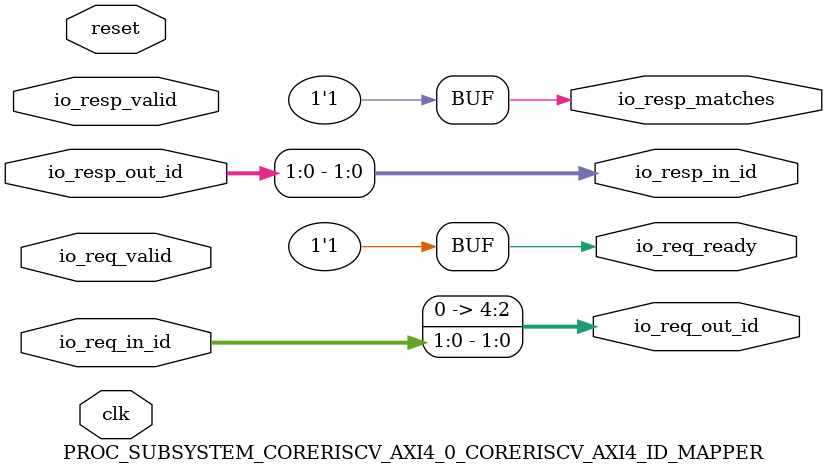
<source format=v>
`define RANDOMIZE
`timescale 1ns/10ps
module PROC_SUBSYSTEM_CORERISCV_AXI4_0_CORERISCV_AXI4_ID_MAPPER(
  input   clk,
  input   reset,
  input   io_req_valid,
  output  io_req_ready,
  input  [1:0] io_req_in_id,
  output [4:0] io_req_out_id,
  input   io_resp_valid,
  output  io_resp_matches,
  input  [4:0] io_resp_out_id,
  output [1:0] io_resp_in_id
);
  assign io_req_ready = 1'h1;
  assign io_req_out_id = {{3'd0}, io_req_in_id};
  assign io_resp_matches = 1'h1;
  assign io_resp_in_id = io_resp_out_id[1:0];
endmodule

</source>
